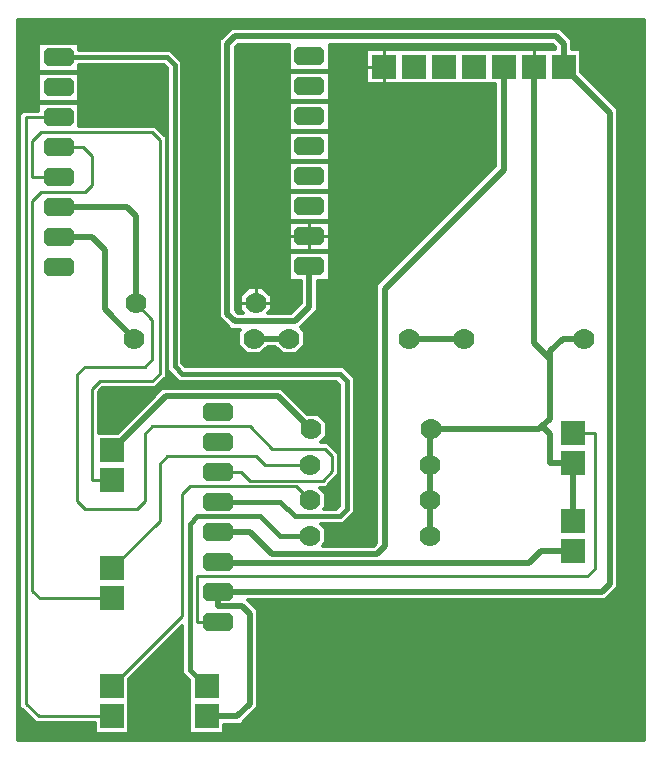
<source format=gbr>
G04 PROTEUS RS274X GERBER FILE*
%FSLAX45Y45*%
%MOMM*%
G01*
%ADD10C,0.381000*%
%ADD11C,0.508000*%
%ADD12C,0.254000*%
%ADD13C,0.304800*%
%AMDIL004*
4,1,8,
-1.270000,0.457200,-0.965200,0.762000,0.965200,0.762000,1.270000,0.457200,1.270000,-0.457200,
0.965200,-0.762000,-0.965200,-0.762000,-1.270000,-0.457200,-1.270000,0.457200,
0*%
%ADD14DIL004*%
%ADD15R,2.032000X2.032000*%
%ADD16C,1.778000*%
G36*
X-2600000Y+3000000D02*
X+2700000Y+3000000D01*
X+2700000Y-3100000D01*
X-2600000Y-3100000D01*
X-2600000Y+3000000D01*
G37*
%LPC*%
G36*
X-812289Y+2907789D02*
X-896619Y+2823459D01*
X-896619Y+478541D01*
X-791459Y+373381D01*
X-716999Y+373381D01*
X-734619Y+355761D01*
X-734619Y+244239D01*
X-655761Y+165381D01*
X-544239Y+165381D01*
X-480739Y+228881D01*
X-419261Y+228881D01*
X-355761Y+165381D01*
X-244239Y+165381D01*
X-165381Y+244239D01*
X-165381Y+355761D01*
X-203772Y+394152D01*
X-58881Y+539043D01*
X-58881Y+790081D01*
X+42719Y+790081D01*
X+42719Y+1033919D01*
X-302719Y+1033919D01*
X-302719Y+790081D01*
X-201119Y+790081D01*
X-201119Y+597957D01*
X-283457Y+515619D01*
X-478001Y+515619D01*
X-449381Y+544239D01*
X-449381Y+655761D01*
X-528239Y+734619D01*
X-639761Y+734619D01*
X-718619Y+655761D01*
X-718619Y+544239D01*
X-689999Y+515619D01*
X-732541Y+515619D01*
X-754381Y+537459D01*
X-754381Y+2764541D01*
X-732541Y+2786381D01*
X-302719Y+2786381D01*
X-302719Y+2568081D01*
X+42719Y+2568081D01*
X+42719Y+2786381D01*
X+1931041Y+2786381D01*
X+1952881Y+2764541D01*
X+1952881Y+2747319D01*
X+352681Y+2747319D01*
X+352681Y+2452681D01*
X+1444881Y+2452681D01*
X+1444881Y+1759936D01*
X+436881Y+751936D01*
X+436881Y-1431041D01*
X+415041Y-1452881D01*
X-12501Y-1452881D01*
X+14619Y-1425761D01*
X+14619Y-1314239D01*
X-28351Y-1271269D01*
X+153827Y-1271269D01*
X+255269Y-1169827D01*
X+255269Y-36673D01*
X+153827Y+64769D01*
X-1179673Y+64769D01*
X-1205231Y+90327D01*
X-1205231Y+2643327D01*
X-1306673Y+2744769D01*
X-2077281Y+2744769D01*
X-2077281Y+2801919D01*
X-2422719Y+2801919D01*
X-2422719Y+2558081D01*
X-2077281Y+2558081D01*
X-2077281Y+2615231D01*
X-1360327Y+2615231D01*
X-1334769Y+2589673D01*
X-1334769Y+36673D01*
X-1233327Y-64769D01*
X+100173Y-64769D01*
X+125731Y-90327D01*
X+125731Y-1116173D01*
X+100173Y-1141731D01*
X-7351Y-1141731D01*
X+8619Y-1125761D01*
X+8619Y-1014239D01*
X-41501Y-964119D01*
X+7497Y-964119D01*
X+121919Y-849697D01*
X+121919Y-674303D01*
X+24197Y-576581D01*
X-32201Y-576581D01*
X+18619Y-525761D01*
X+18619Y-414239D01*
X-60239Y-335381D01*
X-150043Y-335381D01*
X-366043Y-119381D01*
X-1373957Y-119381D01*
X-1753257Y-498681D01*
X-1910081Y-498681D01*
X-1910081Y-151197D01*
X-1880803Y-121919D01*
X-1436303Y-121919D01*
X-1338581Y-24197D01*
X-1338581Y+2005697D01*
X-1436303Y+2103419D01*
X-2077281Y+2103419D01*
X-2077281Y+2293919D01*
X-2422719Y+2293919D01*
X-2422719Y+2230419D01*
X-2551016Y+2230419D01*
X-2585238Y+2196197D01*
X-2585238Y-2818197D01*
X-2445016Y-2958419D01*
X-1947319Y-2958419D01*
X-1947319Y-3047319D01*
X-1652681Y-3047319D01*
X-1652681Y-2581297D01*
X-1207769Y-2136385D01*
X-1207769Y-2529827D01*
X-1147319Y-2590277D01*
X-1147319Y-3047319D01*
X-852681Y-3047319D01*
X-852681Y-2971119D01*
X-711543Y-2971119D01*
X-563881Y-2823457D01*
X-563881Y-2002541D01*
X-649303Y-1917119D01*
X+2374459Y-1917119D01*
X+2484119Y-1807459D01*
X+2484119Y+2240457D01*
X+2171319Y+2553257D01*
X+2171319Y+2747319D01*
X+2095119Y+2747319D01*
X+2095119Y+2823459D01*
X+1989959Y+2928619D01*
X-791459Y+2928619D01*
X-812289Y+2907789D01*
G37*
G36*
X-2422719Y+2547919D02*
X-2422719Y+2304081D01*
X-2077281Y+2304081D01*
X-2077281Y+2547919D01*
X-2422719Y+2547919D01*
G37*
G36*
X+42719Y+1044081D02*
X+42719Y+1287919D01*
X-302719Y+1287919D01*
X-302719Y+1044081D01*
X+42719Y+1044081D01*
G37*
G36*
X+42719Y+1298081D02*
X+42719Y+1541919D01*
X-302719Y+1541919D01*
X-302719Y+1298081D01*
X+42719Y+1298081D01*
G37*
G36*
X+42719Y+1552081D02*
X+42719Y+1795919D01*
X-302719Y+1795919D01*
X-302719Y+1552081D01*
X+42719Y+1552081D01*
G37*
G36*
X+42719Y+1806081D02*
X+42719Y+2049919D01*
X-302719Y+2049919D01*
X-302719Y+1806081D01*
X+42719Y+1806081D01*
G37*
G36*
X+42719Y+2060081D02*
X+42719Y+2303919D01*
X-302719Y+2303919D01*
X-302719Y+2060081D01*
X+42719Y+2060081D01*
G37*
G36*
X+42719Y+2314081D02*
X+42719Y+2557919D01*
X-302719Y+2557919D01*
X-302719Y+2314081D01*
X+42719Y+2314081D01*
G37*
%LPD*%
D10*
X-120000Y-1370000D02*
X-381000Y-1370000D01*
X-544500Y-1206500D01*
X-1079500Y-1206500D01*
X-1143000Y-1270000D01*
X-1143000Y-2503000D01*
X-1000000Y-2646000D01*
D11*
X+1184000Y+300000D02*
X+716000Y+300000D01*
X-116000Y-470000D02*
X-395500Y-190500D01*
X-1344500Y-190500D01*
X-1800000Y-646000D01*
D12*
X-126000Y-770000D02*
X-508000Y-770000D01*
X-579500Y-698500D01*
X-1333500Y-698500D01*
X-1397000Y-762000D01*
X-1397000Y-1243000D01*
X-1800000Y-1646000D01*
X-900000Y-2100000D02*
X-1079500Y-2100000D01*
X-1079500Y-1714500D01*
X+2222500Y-1714500D01*
X+2286000Y-1651000D01*
X+2286000Y-500000D01*
X+2100000Y-500000D01*
D10*
X-2250000Y+2680000D02*
X-1333500Y+2680000D01*
X-1270000Y+2616500D01*
X-1270000Y+63500D01*
X-1206500Y+0D01*
X+127000Y+0D01*
X+190500Y-63500D01*
X+190500Y-1143000D01*
X+127000Y-1206500D01*
X-254000Y-1206500D01*
X-376500Y-1084000D01*
X-900000Y-1084000D01*
D11*
X-2250000Y+1156000D02*
X-1968500Y+1156000D01*
X-1862451Y+1049951D01*
X-1862451Y+546451D01*
X-1616000Y+300000D01*
D12*
X-2250000Y+1664000D02*
X-2476500Y+1664000D01*
X-2476500Y+1968500D01*
X-2400000Y+2045000D01*
X-1460500Y+2045000D01*
X-1397000Y+1981500D01*
X-1397000Y+0D01*
X-1460500Y-63500D01*
X-1905000Y-63500D01*
X-1968500Y-127000D01*
X-1968500Y-900000D01*
X-1800000Y-900000D01*
X-1800000Y-1900000D02*
X-2413000Y-1900000D01*
X-2476500Y-1836500D01*
X-2476500Y+1460500D01*
X-2400000Y+1537000D01*
X-2032000Y+1537000D01*
X-1968500Y+1600500D01*
X-1968500Y+1841500D01*
X-2045000Y+1918000D01*
X-2250000Y+1918000D01*
X-2250000Y+2172000D02*
X-2526819Y+2172000D01*
X-2526819Y-2794000D01*
X-2420819Y-2900000D01*
X-1800000Y-2900000D01*
X-130000Y+1166000D02*
X+381000Y+1166000D01*
X+500000Y+1285000D01*
X+500000Y+2600000D01*
D11*
X+900000Y-470000D02*
X+1816000Y-470000D01*
X+1841500Y-444500D01*
X+2100000Y-754000D02*
X+1905000Y-754000D01*
X+1905000Y-508000D01*
X+1841500Y-444500D01*
D12*
X-130000Y+1166000D02*
X-508000Y+1166000D01*
X-584000Y+1090000D01*
X-584000Y+600000D01*
D11*
X+1905000Y+127000D02*
X+1905000Y+190500D01*
X+2014500Y+300000D01*
X+2200000Y+300000D01*
X+1770000Y+2600000D02*
X+1770000Y+262000D01*
X+1905000Y+127000D01*
X+900000Y-470000D02*
X+890000Y-480000D01*
X+890000Y-770000D01*
X+890000Y-1070000D02*
X+896000Y-1076000D01*
X+896000Y-1370000D01*
D12*
X+500000Y+2600000D02*
X+500000Y+2794000D01*
X+1770000Y+2794000D01*
X+1770000Y+2600000D01*
D11*
X+1905000Y+127000D02*
X+1905000Y-381000D01*
X+1841500Y-444500D01*
X+2100000Y-754000D02*
X+2100000Y-1246000D01*
X+890000Y-770000D02*
X+890000Y-1070000D01*
D12*
X-1600000Y+600000D02*
X-1460500Y+460500D01*
X-1460500Y+127000D01*
X-1524713Y+62787D01*
X-2032000Y+62787D01*
X-2095500Y-713D01*
X-2095500Y-1079500D01*
X-2032000Y-1143000D01*
X-1587500Y-1143000D01*
X-1524000Y-1079500D01*
X-1524000Y-508000D01*
X-1460500Y-444500D01*
X-635000Y-444500D01*
X-444500Y-635000D01*
X+0Y-635000D01*
X+63500Y-698500D01*
X+63500Y-825500D01*
X-16700Y-905700D01*
X-635000Y-905700D01*
X-710700Y-830000D01*
X-900000Y-830000D01*
D11*
X-1600000Y+600000D02*
X-1600000Y+1333500D01*
X-1676500Y+1410000D01*
X-2250000Y+1410000D01*
X-600000Y+300000D02*
X-300000Y+300000D01*
X+1516000Y+2600000D02*
X+1516000Y+1730479D01*
X+508000Y+722479D01*
X+508000Y-1460500D01*
X+444500Y-1524000D01*
X-444500Y-1524000D01*
X-630500Y-1338000D01*
X-900000Y-1338000D01*
X+2024000Y+2600000D02*
X+2413000Y+2211000D01*
X+2413000Y-1778000D01*
X+2345000Y-1846000D01*
X-900000Y-1846000D01*
X+2024000Y+2600000D02*
X+2024000Y+2794000D01*
X+1960500Y+2857500D01*
X-762000Y+2857500D01*
X-825500Y+2794000D01*
X-825500Y+508000D01*
X-762000Y+444500D01*
X-254000Y+444500D01*
X-130000Y+568500D01*
X-130000Y+912000D01*
X-900000Y-1846000D02*
X-900000Y-1968500D01*
X-698500Y-1968500D01*
X-635000Y-2032000D01*
X-635000Y-2794000D01*
X-741000Y-2900000D01*
X-1000000Y-2900000D01*
X+2100000Y-1500000D02*
X+1832027Y-1500000D01*
X+1733423Y-1598604D01*
X-893396Y-1598604D01*
X-900000Y-1592000D01*
D12*
X-126000Y-1070000D02*
X-243500Y-952500D01*
X-1143000Y-952500D01*
X-1206500Y-1016000D01*
X-1206500Y-2052500D01*
X-1800000Y-2646000D01*
D13*
X-2600000Y+3000000D02*
X+2700000Y+3000000D01*
X+2700000Y-3100000D01*
X-2600000Y-3100000D01*
X-2600000Y+3000000D01*
X-812289Y+2907789D02*
X-896619Y+2823459D01*
X-896619Y+478541D01*
X-791459Y+373381D01*
X-716999Y+373381D01*
X-734619Y+355761D01*
X-734619Y+244239D01*
X-655761Y+165381D01*
X-544239Y+165381D01*
X-480739Y+228881D01*
X-419261Y+228881D01*
X-355761Y+165381D01*
X-244239Y+165381D01*
X-165381Y+244239D01*
X-165381Y+355761D01*
X-203772Y+394152D01*
X-58881Y+539043D01*
X-58881Y+790081D01*
X+42719Y+790081D01*
X+42719Y+1033919D01*
X-302719Y+1033919D01*
X-302719Y+790081D01*
X-201119Y+790081D01*
X-201119Y+597957D01*
X-283457Y+515619D01*
X-478001Y+515619D01*
X-449381Y+544239D01*
X-449381Y+655761D01*
X-528239Y+734619D01*
X-639761Y+734619D01*
X-718619Y+655761D01*
X-718619Y+544239D01*
X-689999Y+515619D01*
X-732541Y+515619D01*
X-754381Y+537459D01*
X-754381Y+2764541D01*
X-732541Y+2786381D01*
X-302719Y+2786381D01*
X-302719Y+2568081D01*
X+42719Y+2568081D01*
X+42719Y+2786381D01*
X+1931041Y+2786381D01*
X+1952881Y+2764541D01*
X+1952881Y+2747319D01*
X+352681Y+2747319D01*
X+352681Y+2452681D01*
X+1444881Y+2452681D01*
X+1444881Y+1759936D01*
X+436881Y+751936D01*
X+436881Y-1431041D01*
X+415041Y-1452881D01*
X-12501Y-1452881D01*
X+14619Y-1425761D01*
X+14619Y-1314239D01*
X-28351Y-1271269D01*
X+153827Y-1271269D01*
X+255269Y-1169827D01*
X+255269Y-36673D01*
X+153827Y+64769D01*
X-1179673Y+64769D01*
X-1205231Y+90327D01*
X-1205231Y+2643327D01*
X-1306673Y+2744769D01*
X-2077281Y+2744769D01*
X-2077281Y+2801919D01*
X-2422719Y+2801919D01*
X-2422719Y+2558081D01*
X-2077281Y+2558081D01*
X-2077281Y+2615231D01*
X-1360327Y+2615231D01*
X-1334769Y+2589673D01*
X-1334769Y+36673D01*
X-1233327Y-64769D01*
X+100173Y-64769D01*
X+125731Y-90327D01*
X+125731Y-1116173D01*
X+100173Y-1141731D01*
X-7351Y-1141731D01*
X+8619Y-1125761D01*
X+8619Y-1014239D01*
X-41501Y-964119D01*
X+7497Y-964119D01*
X+121919Y-849697D01*
X+121919Y-674303D01*
X+24197Y-576581D01*
X-32201Y-576581D01*
X+18619Y-525761D01*
X+18619Y-414239D01*
X-60239Y-335381D01*
X-150043Y-335381D01*
X-366043Y-119381D01*
X-1373957Y-119381D01*
X-1753257Y-498681D01*
X-1910081Y-498681D01*
X-1910081Y-151197D01*
X-1880803Y-121919D01*
X-1436303Y-121919D01*
X-1338581Y-24197D01*
X-1338581Y+2005697D01*
X-1436303Y+2103419D01*
X-2077281Y+2103419D01*
X-2077281Y+2293919D01*
X-2422719Y+2293919D01*
X-2422719Y+2230419D01*
X-2551016Y+2230419D01*
X-2585238Y+2196197D01*
X-2585238Y-2818197D01*
X-2445016Y-2958419D01*
X-1947319Y-2958419D01*
X-1947319Y-3047319D01*
X-1652681Y-3047319D01*
X-1652681Y-2581297D01*
X-1207769Y-2136385D01*
X-1207769Y-2529827D01*
X-1147319Y-2590277D01*
X-1147319Y-3047319D01*
X-852681Y-3047319D01*
X-852681Y-2971119D01*
X-711543Y-2971119D01*
X-563881Y-2823457D01*
X-563881Y-2002541D01*
X-649303Y-1917119D01*
X+2374459Y-1917119D01*
X+2484119Y-1807459D01*
X+2484119Y+2240457D01*
X+2171319Y+2553257D01*
X+2171319Y+2747319D01*
X+2095119Y+2747319D01*
X+2095119Y+2823459D01*
X+1989959Y+2928619D01*
X-791459Y+2928619D01*
X-812289Y+2907789D01*
X-2422719Y+2547919D02*
X-2422719Y+2304081D01*
X-2077281Y+2304081D01*
X-2077281Y+2547919D01*
X-2422719Y+2547919D01*
X+42719Y+1044081D02*
X+42719Y+1287919D01*
X-302719Y+1287919D01*
X-302719Y+1044081D01*
X+42719Y+1044081D01*
X+42719Y+1298081D02*
X+42719Y+1541919D01*
X-302719Y+1541919D01*
X-302719Y+1298081D01*
X+42719Y+1298081D01*
X+42719Y+1552081D02*
X+42719Y+1795919D01*
X-302719Y+1795919D01*
X-302719Y+1552081D01*
X+42719Y+1552081D01*
X+42719Y+1806081D02*
X+42719Y+2049919D01*
X-302719Y+2049919D01*
X-302719Y+1806081D01*
X+42719Y+1806081D01*
X+42719Y+2060081D02*
X+42719Y+2303919D01*
X-302719Y+2303919D01*
X-302719Y+2060081D01*
X+42719Y+2060081D01*
X+42719Y+2314081D02*
X+42719Y+2557919D01*
X-302719Y+2557919D01*
X-302719Y+2314081D01*
X+42719Y+2314081D01*
D12*
X-130000Y+1044081D02*
X-130000Y+1166000D01*
X-130000Y+1287919D02*
X-130000Y+1166000D01*
X-302719Y+1166000D02*
X-130000Y+1166000D01*
X+42719Y+1166000D02*
X-130000Y+1166000D01*
X+352681Y+2600000D02*
X+500000Y+2600000D01*
X+500000Y+2747319D02*
X+500000Y+2600000D01*
X+500000Y+2452681D02*
X+500000Y+2600000D01*
X+1770000Y+2747319D02*
X+1770000Y+2600000D01*
X-718619Y+600000D02*
X-584000Y+600000D01*
X-449381Y+600000D02*
X-584000Y+600000D01*
X-584000Y+734619D02*
X-584000Y+600000D01*
D14*
X-2250000Y+2680000D03*
X-2250000Y+2426000D03*
X-2250000Y+2172000D03*
X-2250000Y+1918000D03*
X-2250000Y+1664000D03*
X-2250000Y+1410000D03*
X-2250000Y+1156000D03*
X-2250000Y+902000D03*
X-130000Y+912000D03*
X-130000Y+1166000D03*
X-130000Y+1420000D03*
X-130000Y+1674000D03*
X-130000Y+1928000D03*
X-130000Y+2182000D03*
X-130000Y+2436000D03*
X-130000Y+2690000D03*
D15*
X+500000Y+2600000D03*
X+754000Y+2600000D03*
X+1008000Y+2600000D03*
X+1262000Y+2600000D03*
X+1516000Y+2600000D03*
X+1770000Y+2600000D03*
X+2024000Y+2600000D03*
X-1800000Y-900000D03*
X-1800000Y-646000D03*
X-1800000Y-1900000D03*
X-1800000Y-1646000D03*
X-1800000Y-2900000D03*
X-1800000Y-2646000D03*
X-1000000Y-2900000D03*
X-1000000Y-2646000D03*
X+2100000Y-1500000D03*
X+2100000Y-1246000D03*
X+2100000Y-500000D03*
X+2100000Y-754000D03*
D16*
X+900000Y-470000D03*
X-116000Y-470000D03*
X+890000Y-770000D03*
X-126000Y-770000D03*
X+890000Y-1070000D03*
X-126000Y-1070000D03*
X-120000Y-1370000D03*
X+896000Y-1370000D03*
X+1184000Y+300000D03*
X+2200000Y+300000D03*
X-600000Y+300000D03*
X-1616000Y+300000D03*
X-300000Y+300000D03*
X+716000Y+300000D03*
X-1600000Y+600000D03*
X-584000Y+600000D03*
D14*
X-900000Y-2100000D03*
X-900000Y-1846000D03*
X-900000Y-1592000D03*
X-900000Y-1338000D03*
X-900000Y-1084000D03*
X-900000Y-830000D03*
X-900000Y-576000D03*
X-900000Y-322000D03*
M02*

</source>
